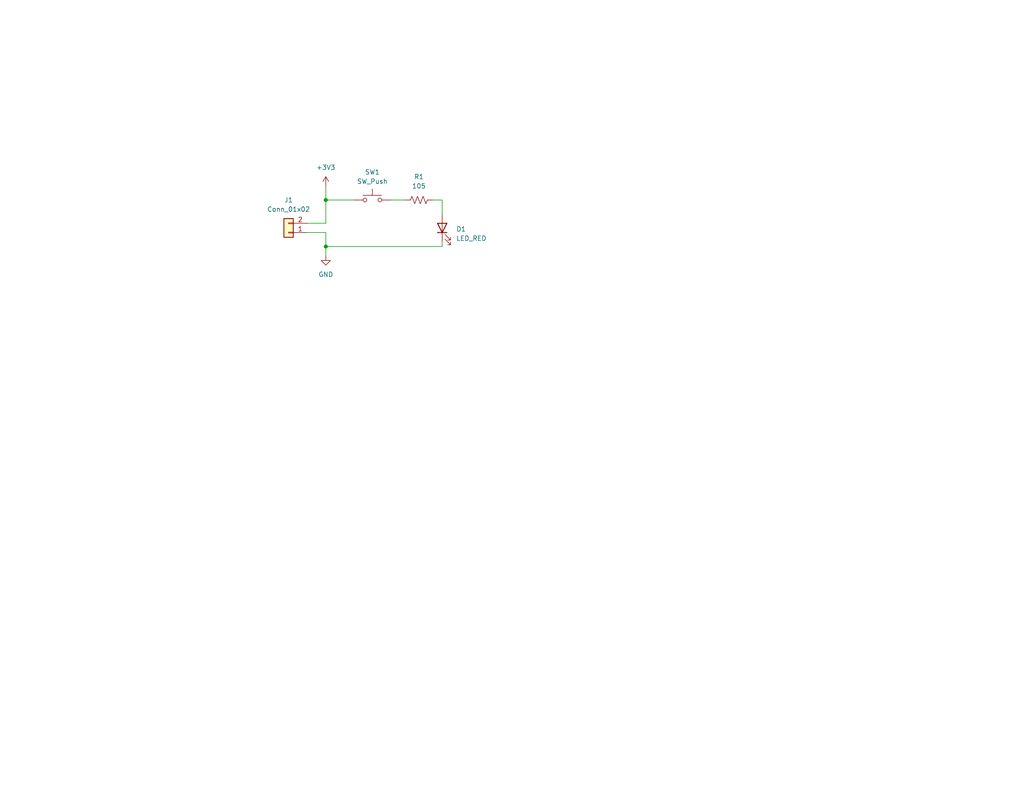
<source format=kicad_sch>
(kicad_sch (version 20231120) (generator "eeschema") (generator_version "8.0")
  (paper "USLetter")
  (title_block (title "LED Project") (date "2024-09-18") (rev "1.0") (company "Illini Solar Car") (comment 1 "Designed By: David Chen"))
  (lib_symbols
    (symbol "Connector_Generic:Conn_01x02" (pin_names (offset 1.016) hide)
      (property "Reference" "J" (at 0 2.54 0))
      (property "Value" "Conn_01x02" (at 0 -5.08 0))
      (symbol "Conn_01x02_1_1"
        (rectangle (start -1.27 -2.413) (end 0 -2.667) (stroke (width 0.1524)))
        (rectangle (start -1.27 0.127) (end 0 -0.127) (stroke (width 0.1524)))
        (rectangle (start -1.27 1.27) (end 1.27 -3.81) (stroke (width 0.254)) (fill (type background)))
        (pin passive line (at -5.08 0 0) (length 3.81) (name "Pin_1") (number "1"))
        (pin passive line (at -5.08 -2.54 0) (length 3.81) (name "Pin_2") (number "2"))
      )
    )
    (symbol "Device:LED" (pin_numbers hide) (pin_names (offset 1.016) hide)
      (property "Reference" "D" (at 0 2.54 0))
      (property "Value" "LED" (at 0 -2.54 0))
      (symbol "LED_0_1"
        (polyline (pts (xy -1.27 -1.27) (xy -1.27 1.27)) (stroke (width 0.254)))
        (polyline (pts (xy -1.27 0) (xy 1.27 0)))
        (polyline (pts (xy 1.27 -1.27) (xy 1.27 1.27) (xy -1.27 0) (xy 1.27 -1.27)) (stroke (width 0.254)))
        (polyline (pts (xy -3.048 -0.762) (xy -4.572 -2.286) (xy -3.81 -2.286) (xy -4.572 -2.286) (xy -4.572 -1.524)))
        (polyline (pts (xy -1.778 -0.762) (xy -3.302 -2.286) (xy -2.54 -2.286) (xy -3.302 -2.286) (xy -3.302 -1.524)))
      )
      (symbol "LED_1_1"
        (pin passive line (at -3.81 0 0) (length 2.54) (name "K") (number "1"))
        (pin passive line (at 3.81 0 180) (length 2.54) (name "A") (number "2"))
      )
    )
    (symbol "Device:R_US" (pin_numbers hide) (pin_names (offset 0))
      (property "Reference" "R" (at 2.54 0 90))
      (property "Value" "R_US" (at -2.54 0 90))
      (symbol "R_US_0_1"
        (polyline (pts (xy 0 -2.286) (xy 0 -2.54)))
        (polyline (pts (xy 0 2.286) (xy 0 2.54)))
        (polyline (pts (xy 0 -0.762) (xy 1.016 -1.143) (xy 0 -1.524) (xy -1.016 -1.905) (xy 0 -2.286)))
        (polyline (pts (xy 0 0.762) (xy 1.016 0.381) (xy 0 0) (xy -1.016 -0.381) (xy 0 -0.762)))
        (polyline (pts (xy 0 2.286) (xy 1.016 1.905) (xy 0 1.524) (xy -1.016 1.143) (xy 0 0.762)))
      )
      (symbol "R_US_1_1"
        (pin passive line (at 0 3.81 270) (length 1.27) (name "~") (number "1"))
        (pin passive line (at 0 -3.81 90) (length 1.27) (name "~") (number "2"))
      )
    )
    (symbol "Switch:SW_Push" (pin_numbers hide) (pin_names (offset 1.016) hide)
      (property "Reference" "SW" (at 1.27 2.54 0))
      (property "Value" "SW_Push" (at 0 -1.524 0))
      (symbol "SW_Push_0_1"
        (circle (center -2.032 0) (radius 0.508))
        (polyline (pts (xy 0 1.27) (xy 0 3.048)))
        (polyline (pts (xy 2.54 1.27) (xy -2.54 1.27)))
        (circle (center 2.032 0) (radius 0.508))
        (pin passive line (at -5.08 0 0) (length 2.54) (name "1") (number "1"))
        (pin passive line (at 5.08 0 180) (length 2.54) (name "2") (number "2"))
      )
    )
    (symbol "power:+3V3" (power) (pin_names (offset 0))
      (property "Value" "+3V3" (at 0 3.556 0))
      (symbol "+3V3_0_1"
        (polyline (pts (xy -0.762 1.27) (xy 0 2.54)))
        (polyline (pts (xy 0 0) (xy 0 2.54)))
        (polyline (pts (xy 0 2.54) (xy 0.762 1.27)))
      )
      (symbol "+3V3_1_1"
        (pin power_in line (at 0 0 90) (length 0) hide (name "+3V3") (number "1"))
      )
    )
    (symbol "power:GND" (power) (pin_names (offset 0))
      (property "Value" "GND" (at 0 -3.81 0))
      (symbol "GND_0_1"
        (polyline (pts (xy 0 0) (xy 0 -1.27) (xy 1.27 -1.27) (xy 0 -2.54) (xy -1.27 -1.27) (xy 0 -1.27)))
      )
      (symbol "GND_1_1"
        (pin power_in line (at 0 0 270) (length 0) hide (name "GND") (number "1"))
      )
    )
  )
  (junction (at 88.9 54.61))
  (junction (at 88.9 67.31))
  (wire (pts (xy 88.9 60.96) (xy 88.9 54.61)))
  (wire (pts (xy 120.65 66.04) (xy 120.65 67.31)))
  (wire (pts (xy 83.82 60.96) (xy 88.9 60.96)))
  (wire (pts (xy 106.68 54.61) (xy 110.49 54.61)))
  (wire (pts (xy 120.65 54.61) (xy 120.65 58.42)))
  (wire (pts (xy 88.9 50.8) (xy 88.9 54.61)))
  (wire (pts (xy 120.65 67.31) (xy 88.9 67.31)))
  (wire (pts (xy 88.9 54.61) (xy 96.52 54.61)))
  (wire (pts (xy 88.9 63.5) (xy 88.9 67.31)))
  (wire (pts (xy 88.9 69.85) (xy 88.9 67.31)))
  (wire (pts (xy 83.82 63.5) (xy 88.9 63.5)))
  (wire (pts (xy 118.11 54.61) (xy 120.65 54.61)))
  (symbol (lib_id "power:+3V3") (at 88.9 50.8 0) (unit 1)
    (property "Reference" "#PWR01" (effects (hide yes)))
    (property "Value" "+3V3" (at 88.9 45.72 0))
    (property "Description" "Power symbol creates a global label with name \"+3V3\"" (effects (hide yes)))
  )
  (symbol (lib_id "power:GND") (at 88.9 69.85 0) (unit 1)
    (property "Reference" "#PWR02" (effects (hide yes)))
    (property "Value" "GND" (at 88.9 74.93 0))
    (property "Description" "Power symbol creates a global label with name \"GND\" , ground" (effects (hide yes)))
  )
  (symbol (lib_id "Device:LED") (at 120.65 62.23 90) (unit 1)
    (property "Reference" "D1" (at 124.46 62.5474 90) (effects (justify right)))
    (property "Value" "LED_RED" (at 124.46 65.0874 90) (effects (justify right)))
    (property "Footprint" "layout:LED_0603_Symbol_on_F.SilkS" (effects (hide yes)))
    (property "Description" "Light emitting diode" (effects (hide yes)))
  )
  (symbol (lib_id "Connector_Generic:Conn_01x02") (at 78.74 63.5 180) (unit 1)
    (property "Reference" "J1" (at 78.74 54.61 0))
    (property "Value" "Conn_01x02" (at 78.74 57.15 0))
    (property "Footprint" "Connector_Molex:Molex_KK-254_AE-6410-02A_1x02_P2.54mm_Vertical" (effects (hide yes)))
    (property "Datasheet" "https://www.molex.com/content/dam/molex/molex-dot-com/products/automated/en-us/salesdrawingpdf/641/6410/022272021_sd.pdf?inline" (effects (hide yes)))
    (property "Description" "Generic connector, single row, 01x02, script generated (kicad-library-utils/schlib/autogen/connector/)" (effects (hide yes)))
    (property "MPN" "  0022272021" (effects (hide yes)))
  )
  (symbol (lib_id "Device:R_US") (at 114.3 54.61 90) (unit 1)
    (property "Reference" "R1" (at 114.3 48.26 90))
    (property "Value" "105" (at 114.3 50.8 90))
    (property "Footprint" "Resistor_SMD:R_0603_1608Metric_Pad0.98x0.95mm_HandSolder" (effects (hide yes)))
    (property "Description" "Resistor, US symbol" (effects (hide yes)))
  )
  (symbol (lib_id "Switch:SW_Push") (at 101.6 54.61 0) (unit 1)
    (property "Reference" "SW1" (at 101.6 46.99 0))
    (property "Value" "SW_Push" (at 101.6 49.53 0))
    (property "Footprint" "Button_Switch_SMD:SW_DIP_SPSTx01_Slide_6.7x4.1mm_W8.61mm_P2.54mm_LowProfile" (effects (hide yes)))
    (property "Datasheet" "https://www.te.com/usa-en/product-1825910-6.datasheet.pdf" (effects (hide yes)))
    (property "Description" "Push button switch, generic, two pins" (effects (hide yes)))
    (property "MPN" "  1825910-6	" (effects (hide yes)))
  )
)
</source>
